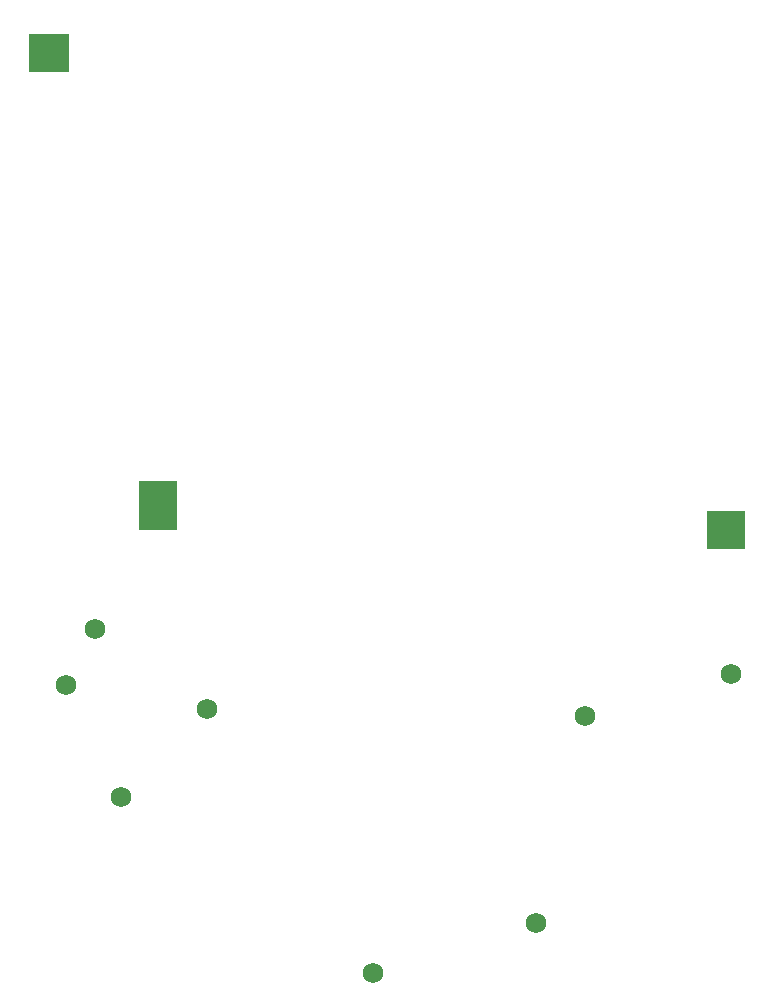
<source format=gbs>
G04 Layer: BottomSolderMaskLayer*
G04 EasyEDA v6.4.25, 2021-10-22T16:38:50--7:00*
G04 a8c8939794724f679426a10ff434762e,1286d1f709c949e68cfeef46812bcf49,10*
G04 Gerber Generator version 0.2*
G04 Scale: 100 percent, Rotated: No, Reflected: No *
G04 Dimensions in millimeters *
G04 leading zeros omitted , absolute positions ,4 integer and 5 decimal *
%FSLAX45Y45*%
%MOMM*%

%ADD32C,1.7272*%

%LPD*%
D32*
G01*
X1189989Y856995D03*
G01*
X2564002Y1275003D03*
G01*
X2980994Y3032988D03*
G01*
X4220997Y3388995D03*
G01*
X-946988Y2341981D03*
G01*
X-218998Y3088995D03*
G01*
X-1410004Y3292982D03*
G01*
X-1164996Y3764991D03*
G36*
X4017772Y4442713D02*
G01*
X4017772Y4763262D01*
X4338065Y4763262D01*
X4338065Y4442713D01*
G37*
G36*
X-790194Y4603750D02*
G01*
X-790194Y5024120D01*
X-469900Y5024120D01*
X-469900Y4603750D01*
G37*
G36*
X-1728215Y8481821D02*
G01*
X-1728215Y8802115D01*
X-1387855Y8802115D01*
X-1387855Y8481821D01*
G37*
M02*

</source>
